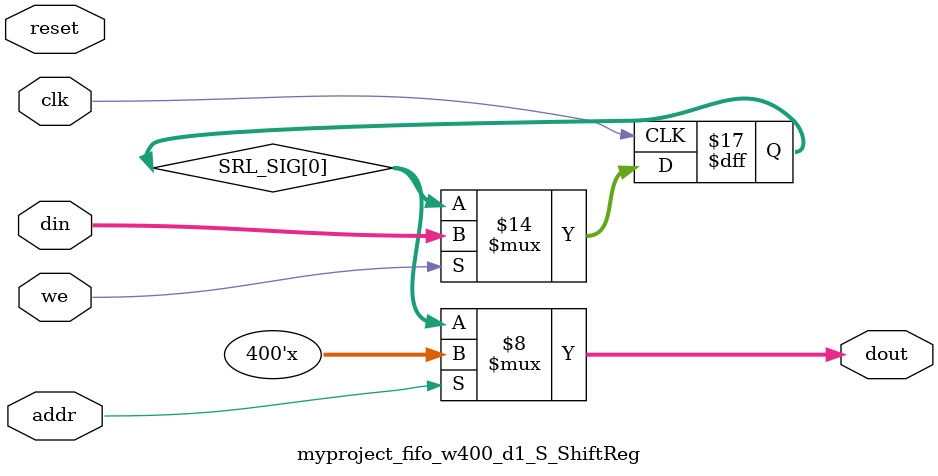
<source format=v>

`timescale 1 ns / 1 ps


module myproject_fifo_w400_d1_S
#(parameter
    MEM_STYLE   = "shiftReg",
    DATA_WIDTH  = 400,
    ADDR_WIDTH  = 1,
    DEPTH       = 1)
(
    // system signal
    input  wire                  clk,
    input  wire                  reset,

    // write
    output wire                  if_full_n,
    input  wire                  if_write_ce,
    input  wire                  if_write,
    input  wire [DATA_WIDTH-1:0] if_din,
    
    // read 
    output wire [ADDR_WIDTH:0]   if_num_data_valid, // for FRP
    output wire [ADDR_WIDTH:0]   if_fifo_cap,       // for FRP
    output wire                  if_empty_n,
    input  wire                  if_read_ce,
    input  wire                  if_read,
    output wire [DATA_WIDTH-1:0] if_dout
);
//------------------------Parameter----------------------

//------------------------Local signal-------------------
    wire [ADDR_WIDTH-1:0]     addr;
    wire                      push;
    wire                      pop;
    reg signed [ADDR_WIDTH:0] mOutPtr;
    reg                       empty_n = 1'b0;
    reg                       full_n  = 1'b1;
    // with almost full?  no 
    // has output register?  no 
//------------------------Instantiation------------------
    myproject_fifo_w400_d1_S_ShiftReg 
    #(  .DATA_WIDTH (DATA_WIDTH),
        .ADDR_WIDTH (ADDR_WIDTH),
        .DEPTH      (DEPTH))
    U_myproject_fifo_w400_d1_S_ShiftReg (
        .clk        (clk),
        .reset      (reset),
        .we         (push),
        .addr       (addr),
        .din        (if_din),
        .dout       (if_dout)
    );
//------------------------Task and function--------------

//------------------------Body---------------------------
    // has num_data_valid ? 
    assign if_num_data_valid = mOutPtr + 1'b1; // yes
    assign if_fifo_cap = DEPTH; // yes  

    // has almost full ? 
    assign if_full_n  = full_n; //no 
    assign push       = full_n & if_write_ce & if_write;

    // has output register? 
    assign if_empty_n = empty_n;  // no
    assign pop        = empty_n & if_read_ce & if_read; // no 

    assign addr       = mOutPtr[ADDR_WIDTH] == 1'b0 ? mOutPtr[ADDR_WIDTH-1:0] : {ADDR_WIDTH{1'b0}};

    // mOutPtr
    always @(posedge clk) begin
        if (reset == 1'b1)
            mOutPtr <= {ADDR_WIDTH+1{1'b1}};
        else if (push & ~pop)
            mOutPtr <= mOutPtr + 1'b1;
        else if (~push & pop)
            mOutPtr <= mOutPtr - 1'b1;
    end

    // full_n
    always @(posedge clk) begin
        if (reset == 1'b1)
            full_n <= 1'b1;
        else if (push & ~pop) begin
            if (mOutPtr == DEPTH - 2)
                full_n <= 1'b0;
        end
        else if (~push & pop)
            full_n <= 1'b1;
    end

    // almost_full_n 

    // empty_n
    always @(posedge clk) begin
        if (reset == 1'b1)
            empty_n <= 1'b0;
        else if (push & ~pop)
            empty_n <= 1'b1;
        else if (~push & pop) begin
            if (mOutPtr == 0)
                empty_n <= 1'b0;
        end
    end
 
    // num_data_valid 

    // dout_vld 

endmodule  


module myproject_fifo_w400_d1_S_ShiftReg
#(parameter
    DATA_WIDTH  = 400,
    ADDR_WIDTH  = 1,
    DEPTH       = 1)
(
    input  wire                  clk,
    input  wire                  reset,
    input  wire                  we,
    input  wire [ADDR_WIDTH-1:0] addr,
    input  wire [DATA_WIDTH-1:0] din,
    //output register? 
    output wire [DATA_WIDTH-1:0] dout // no 
);

    reg [DATA_WIDTH-1:0] SRL_SIG [0:DEPTH-1];
    integer i;

    always @ (posedge clk) begin
        if (we) begin
            for (i=0; i<DEPTH-1; i=i+1)
                SRL_SIG[i+1] <= SRL_SIG[i];
            SRL_SIG[0] <= din;
        end
    end

    //read from SRL, output register? 
    assign dout = SRL_SIG[addr];// no 

endmodule

</source>
